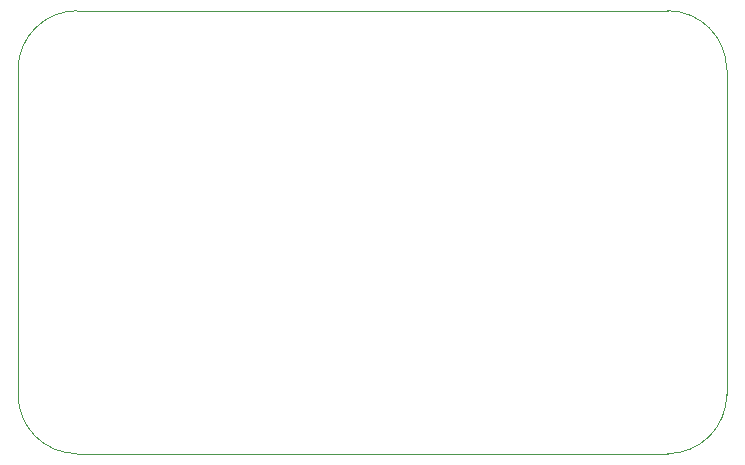
<source format=gbr>
G04 #@! TF.GenerationSoftware,KiCad,Pcbnew,(5.1.4)-1*
G04 #@! TF.CreationDate,2021-02-09T20:39:42-03:00*
G04 #@! TF.ProjectId,Eucalyptus,45756361-6c79-4707-9475-732e6b696361,rev?*
G04 #@! TF.SameCoordinates,Original*
G04 #@! TF.FileFunction,Profile,NP*
%FSLAX46Y46*%
G04 Gerber Fmt 4.6, Leading zero omitted, Abs format (unit mm)*
G04 Created by KiCad (PCBNEW (5.1.4)-1) date 2021-02-09 20:39:42*
%MOMM*%
%LPD*%
G04 APERTURE LIST*
%ADD10C,0.050000*%
G04 APERTURE END LIST*
D10*
X95000000Y-132500000D02*
G75*
G02X90000000Y-127500000I0J5000000D01*
G01*
X90000000Y-125000000D02*
X90000000Y-127500000D01*
X150000000Y-125000000D02*
X150000000Y-127500000D01*
X150000000Y-127500000D02*
G75*
G02X145000000Y-132500000I-5000000J0D01*
G01*
X95000000Y-132500000D02*
X145000000Y-132500000D01*
X150000000Y-105000000D02*
X150000000Y-100000000D01*
X90000000Y-100000000D02*
X90000000Y-105000000D01*
X150000000Y-105000000D02*
X150000000Y-125000000D01*
X95000000Y-95000000D02*
X145000000Y-95000000D01*
X90000000Y-125000000D02*
X90000000Y-105000000D01*
X145000000Y-95000000D02*
G75*
G02X150000000Y-100000000I0J-5000000D01*
G01*
X90000000Y-100000000D02*
G75*
G02X95000000Y-95000000I5000000J0D01*
G01*
M02*

</source>
